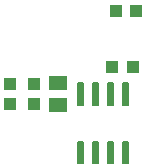
<source format=gbr>
G04 EAGLE Gerber RS-274X export*
G75*
%MOMM*%
%FSLAX34Y34*%
%LPD*%
%INSolderpaste Top*%
%IPPOS*%
%AMOC8*
5,1,8,0,0,1.08239X$1,22.5*%
G01*
%ADD10R,1.500000X1.300000*%
%ADD11R,1.000000X1.100000*%
%ADD12C,0.147500*%
%ADD13R,1.100000X1.000000*%


D10*
X24130Y184760D03*
X24130Y165760D03*
D11*
X3810Y183760D03*
X3810Y166760D03*
D12*
X45393Y134858D02*
X45393Y116632D01*
X40967Y116632D01*
X40967Y134858D01*
X45393Y134858D01*
X45393Y118033D02*
X40967Y118033D01*
X40967Y119434D02*
X45393Y119434D01*
X45393Y120835D02*
X40967Y120835D01*
X40967Y122236D02*
X45393Y122236D01*
X45393Y123637D02*
X40967Y123637D01*
X40967Y125038D02*
X45393Y125038D01*
X45393Y126439D02*
X40967Y126439D01*
X40967Y127840D02*
X45393Y127840D01*
X45393Y129241D02*
X40967Y129241D01*
X40967Y130642D02*
X45393Y130642D01*
X45393Y132043D02*
X40967Y132043D01*
X40967Y133444D02*
X45393Y133444D01*
X45393Y134845D02*
X40967Y134845D01*
X58093Y134858D02*
X58093Y116632D01*
X53667Y116632D01*
X53667Y134858D01*
X58093Y134858D01*
X58093Y118033D02*
X53667Y118033D01*
X53667Y119434D02*
X58093Y119434D01*
X58093Y120835D02*
X53667Y120835D01*
X53667Y122236D02*
X58093Y122236D01*
X58093Y123637D02*
X53667Y123637D01*
X53667Y125038D02*
X58093Y125038D01*
X58093Y126439D02*
X53667Y126439D01*
X53667Y127840D02*
X58093Y127840D01*
X58093Y129241D02*
X53667Y129241D01*
X53667Y130642D02*
X58093Y130642D01*
X58093Y132043D02*
X53667Y132043D01*
X53667Y133444D02*
X58093Y133444D01*
X58093Y134845D02*
X53667Y134845D01*
X70793Y134858D02*
X70793Y116632D01*
X66367Y116632D01*
X66367Y134858D01*
X70793Y134858D01*
X70793Y118033D02*
X66367Y118033D01*
X66367Y119434D02*
X70793Y119434D01*
X70793Y120835D02*
X66367Y120835D01*
X66367Y122236D02*
X70793Y122236D01*
X70793Y123637D02*
X66367Y123637D01*
X66367Y125038D02*
X70793Y125038D01*
X70793Y126439D02*
X66367Y126439D01*
X66367Y127840D02*
X70793Y127840D01*
X70793Y129241D02*
X66367Y129241D01*
X66367Y130642D02*
X70793Y130642D01*
X70793Y132043D02*
X66367Y132043D01*
X66367Y133444D02*
X70793Y133444D01*
X70793Y134845D02*
X66367Y134845D01*
X83493Y134858D02*
X83493Y116632D01*
X79067Y116632D01*
X79067Y134858D01*
X83493Y134858D01*
X83493Y118033D02*
X79067Y118033D01*
X79067Y119434D02*
X83493Y119434D01*
X83493Y120835D02*
X79067Y120835D01*
X79067Y122236D02*
X83493Y122236D01*
X83493Y123637D02*
X79067Y123637D01*
X79067Y125038D02*
X83493Y125038D01*
X83493Y126439D02*
X79067Y126439D01*
X79067Y127840D02*
X83493Y127840D01*
X83493Y129241D02*
X79067Y129241D01*
X79067Y130642D02*
X83493Y130642D01*
X83493Y132043D02*
X79067Y132043D01*
X79067Y133444D02*
X83493Y133444D01*
X83493Y134845D02*
X79067Y134845D01*
X83493Y166132D02*
X83493Y184358D01*
X83493Y166132D02*
X79067Y166132D01*
X79067Y184358D01*
X83493Y184358D01*
X83493Y167533D02*
X79067Y167533D01*
X79067Y168934D02*
X83493Y168934D01*
X83493Y170335D02*
X79067Y170335D01*
X79067Y171736D02*
X83493Y171736D01*
X83493Y173137D02*
X79067Y173137D01*
X79067Y174538D02*
X83493Y174538D01*
X83493Y175939D02*
X79067Y175939D01*
X79067Y177340D02*
X83493Y177340D01*
X83493Y178741D02*
X79067Y178741D01*
X79067Y180142D02*
X83493Y180142D01*
X83493Y181543D02*
X79067Y181543D01*
X79067Y182944D02*
X83493Y182944D01*
X83493Y184345D02*
X79067Y184345D01*
X70793Y184358D02*
X70793Y166132D01*
X66367Y166132D01*
X66367Y184358D01*
X70793Y184358D01*
X70793Y167533D02*
X66367Y167533D01*
X66367Y168934D02*
X70793Y168934D01*
X70793Y170335D02*
X66367Y170335D01*
X66367Y171736D02*
X70793Y171736D01*
X70793Y173137D02*
X66367Y173137D01*
X66367Y174538D02*
X70793Y174538D01*
X70793Y175939D02*
X66367Y175939D01*
X66367Y177340D02*
X70793Y177340D01*
X70793Y178741D02*
X66367Y178741D01*
X66367Y180142D02*
X70793Y180142D01*
X70793Y181543D02*
X66367Y181543D01*
X66367Y182944D02*
X70793Y182944D01*
X70793Y184345D02*
X66367Y184345D01*
X58093Y184358D02*
X58093Y166132D01*
X53667Y166132D01*
X53667Y184358D01*
X58093Y184358D01*
X58093Y167533D02*
X53667Y167533D01*
X53667Y168934D02*
X58093Y168934D01*
X58093Y170335D02*
X53667Y170335D01*
X53667Y171736D02*
X58093Y171736D01*
X58093Y173137D02*
X53667Y173137D01*
X53667Y174538D02*
X58093Y174538D01*
X58093Y175939D02*
X53667Y175939D01*
X53667Y177340D02*
X58093Y177340D01*
X58093Y178741D02*
X53667Y178741D01*
X53667Y180142D02*
X58093Y180142D01*
X58093Y181543D02*
X53667Y181543D01*
X53667Y182944D02*
X58093Y182944D01*
X58093Y184345D02*
X53667Y184345D01*
X45393Y184358D02*
X45393Y166132D01*
X40967Y166132D01*
X40967Y184358D01*
X45393Y184358D01*
X45393Y167533D02*
X40967Y167533D01*
X40967Y168934D02*
X45393Y168934D01*
X45393Y170335D02*
X40967Y170335D01*
X40967Y171736D02*
X45393Y171736D01*
X45393Y173137D02*
X40967Y173137D01*
X40967Y174538D02*
X45393Y174538D01*
X45393Y175939D02*
X40967Y175939D01*
X40967Y177340D02*
X45393Y177340D01*
X45393Y178741D02*
X40967Y178741D01*
X40967Y180142D02*
X45393Y180142D01*
X45393Y181543D02*
X40967Y181543D01*
X40967Y182944D02*
X45393Y182944D01*
X45393Y184345D02*
X40967Y184345D01*
D13*
X70240Y198120D03*
X87240Y198120D03*
D11*
X90415Y245745D03*
X73415Y245745D03*
D13*
X-16510Y183760D03*
X-16510Y166760D03*
M02*

</source>
